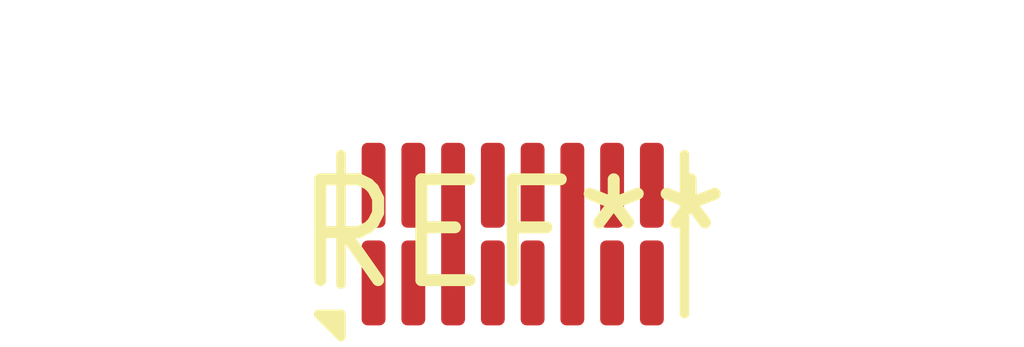
<source format=kicad_pcb>
(kicad_pcb (version 20240108) (generator pcbnew)
  (layers (0 "F.Cu" signal) (31 "B.Cu" signal) (34 "B.Paste" user) (35 "F.Paste" user) (36 "B.SilkS" user "B.Silkscreen") (37 "F.SilkS" user "F.Silkscreen") (38 "B.Mask" user) (39 "F.Mask" user) (44 "Edge.Cuts" user))
  (net 0 "")
  (footprint "SOT-1334-1" (layer "F.Cu") (at 0 0)
    (property "Reference" "REF**")
    (property "Value" "SOT-1334-1")
    (fp_line (start -2.16 -1) (end -2.16 0.63) (layer "F.SilkS") (stroke (width 0.12)))
    (fp_line (start 2.16 -1) (end 2.16 1) (layer "F.SilkS") (stroke (width 0.12)))
    (fp_poly (pts (xy -2.16 1.01) (xy -2.16 1.29) (xy -2.44 1.01) (xy -2.16 1.01)) (layer "F.SilkS") (stroke (width 0.12)) (fill solid))
    (pad "1" smd roundrect (at -1.75 0.615) (size 0.3 1.07) (layers "F.Cu" "F.Paste" "F.Mask"))
    (pad "2" smd roundrect (at -1.25 0.615) (size 0.3 1.07) (layers "F.Cu" "F.Paste" "F.Mask"))
    (pad "3" smd roundrect (at -0.75 0) (size 0.3 2.3) (layers "F.Cu" "F.Paste" "F.Mask"))
    (pad "4" smd roundrect (at -0.25 0.615) (size 0.3 1.07) (layers "F.Cu" "F.Paste" "F.Mask"))
    (pad "5" smd roundrect (at 0.25 0.615) (size 0.3 1.07) (layers "F.Cu" "F.Paste" "F.Mask"))
    (pad "6" smd roundrect (at 0.75 0) (size 0.3 2.3) (layers "F.Cu" "F.Paste" "F.Mask"))
    (pad "7" smd roundrect (at 1.25 0.615) (size 0.3 1.07) (layers "F.Cu" "F.Paste" "F.Mask"))
    (pad "8" smd roundrect (at 1.75 0.615) (size 0.3 1.07) (layers "F.Cu" "F.Paste" "F.Mask"))
    (pad "9" smd roundrect (at 1.75 -0.615) (size 0.3 1.07) (layers "F.Cu" "F.Paste" "F.Mask"))
    (pad "10" smd roundrect (at 1.25 -0.615) (size 0.3 1.07) (layers "F.Cu" "F.Paste" "F.Mask"))
    (pad "11" smd roundrect (at 0.25 -0.615) (size 0.3 1.07) (layers "F.Cu" "F.Paste" "F.Mask"))
    (pad "12" smd roundrect (at -0.25 -0.615) (size 0.3 1.07) (layers "F.Cu" "F.Paste" "F.Mask"))
    (pad "13" smd roundrect (at -1.25 -0.615) (size 0.3 1.07) (layers "F.Cu" "F.Paste" "F.Mask"))
    (pad "14" smd roundrect (at -1.75 -0.615) (size 0.3 1.07) (layers "F.Cu" "F.Paste" "F.Mask"))
  )
)
</source>
